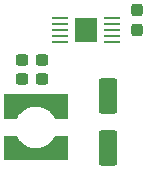
<source format=gbr>
%TF.GenerationSoftware,KiCad,Pcbnew,9.0.4*%
%TF.CreationDate,2026-01-08T18:44:24+01:00*%
%TF.ProjectId,Piezo_Energy_Harvester,5069657a-6f5f-4456-9e65-7267795f4861,rev?*%
%TF.SameCoordinates,Original*%
%TF.FileFunction,Paste,Top*%
%TF.FilePolarity,Positive*%
%FSLAX46Y46*%
G04 Gerber Fmt 4.6, Leading zero omitted, Abs format (unit mm)*
G04 Created by KiCad (PCBNEW 9.0.4) date 2026-01-08 18:44:24*
%MOMM*%
%LPD*%
G01*
G04 APERTURE LIST*
G04 Aperture macros list*
%AMRoundRect*
0 Rectangle with rounded corners*
0 $1 Rounding radius*
0 $2 $3 $4 $5 $6 $7 $8 $9 X,Y pos of 4 corners*
0 Add a 4 corners polygon primitive as box body*
4,1,4,$2,$3,$4,$5,$6,$7,$8,$9,$2,$3,0*
0 Add four circle primitives for the rounded corners*
1,1,$1+$1,$2,$3*
1,1,$1+$1,$4,$5*
1,1,$1+$1,$6,$7*
1,1,$1+$1,$8,$9*
0 Add four rect primitives between the rounded corners*
20,1,$1+$1,$2,$3,$4,$5,0*
20,1,$1+$1,$4,$5,$6,$7,0*
20,1,$1+$1,$6,$7,$8,$9,0*
20,1,$1+$1,$8,$9,$2,$3,0*%
G04 Aperture macros list end*
%ADD10C,0.100000*%
%ADD11RoundRect,0.237500X-0.300000X-0.237500X0.300000X-0.237500X0.300000X0.237500X-0.300000X0.237500X0*%
%ADD12RoundRect,0.237500X0.237500X-0.300000X0.237500X0.300000X-0.237500X0.300000X-0.237500X-0.300000X0*%
%ADD13RoundRect,0.250000X-0.550000X1.250000X-0.550000X-1.250000X0.550000X-1.250000X0.550000X1.250000X0*%
%ADD14R,1.333500X0.279400*%
%ADD15R,1.930400X2.159000*%
G04 APERTURE END LIST*
D10*
%TO.C,L1*%
X151316000Y-106309000D02*
X151386000Y-106427000D01*
X151464000Y-106539000D01*
X151551000Y-106646000D01*
X151646000Y-106745000D01*
X151748000Y-106836000D01*
X151856000Y-106920000D01*
X151971000Y-106995000D01*
X152091000Y-107062000D01*
X152216000Y-107119000D01*
X152345000Y-107166000D01*
X152477000Y-107203000D01*
X152611000Y-107230000D01*
X152747000Y-107247000D01*
X152884000Y-107254000D01*
X153021000Y-107249000D01*
X153158000Y-107235000D01*
X153293000Y-107210000D01*
X153425000Y-107175000D01*
X153555000Y-107130000D01*
X153681000Y-107076000D01*
X153802000Y-107011000D01*
X153918000Y-106938000D01*
X154028000Y-106856000D01*
X154131000Y-106766000D01*
X154228000Y-106669000D01*
X154317000Y-106564000D01*
X154397000Y-106453000D01*
X154469000Y-106336000D01*
X154538000Y-106200000D01*
X155550000Y-106200000D01*
X155550000Y-108200000D01*
X150250000Y-108200000D01*
X150250000Y-106200000D01*
X151262000Y-106200000D01*
X151316000Y-106309000D01*
G36*
X151316000Y-106309000D02*
G01*
X151386000Y-106427000D01*
X151464000Y-106539000D01*
X151551000Y-106646000D01*
X151646000Y-106745000D01*
X151748000Y-106836000D01*
X151856000Y-106920000D01*
X151971000Y-106995000D01*
X152091000Y-107062000D01*
X152216000Y-107119000D01*
X152345000Y-107166000D01*
X152477000Y-107203000D01*
X152611000Y-107230000D01*
X152747000Y-107247000D01*
X152884000Y-107254000D01*
X153021000Y-107249000D01*
X153158000Y-107235000D01*
X153293000Y-107210000D01*
X153425000Y-107175000D01*
X153555000Y-107130000D01*
X153681000Y-107076000D01*
X153802000Y-107011000D01*
X153918000Y-106938000D01*
X154028000Y-106856000D01*
X154131000Y-106766000D01*
X154228000Y-106669000D01*
X154317000Y-106564000D01*
X154397000Y-106453000D01*
X154469000Y-106336000D01*
X154538000Y-106200000D01*
X155550000Y-106200000D01*
X155550000Y-108200000D01*
X150250000Y-108200000D01*
X150250000Y-106200000D01*
X151262000Y-106200000D01*
X151316000Y-106309000D01*
G37*
X155550000Y-104700000D02*
X154538000Y-104700000D01*
X154469000Y-104564000D01*
X154397000Y-104447000D01*
X154317000Y-104336000D01*
X154228000Y-104231000D01*
X154131000Y-104134000D01*
X154028000Y-104044000D01*
X153918000Y-103962000D01*
X153802000Y-103889000D01*
X153681000Y-103824000D01*
X153555000Y-103770000D01*
X153425000Y-103725000D01*
X153293000Y-103690000D01*
X153158000Y-103665000D01*
X153021000Y-103651000D01*
X152884000Y-103646000D01*
X152747000Y-103653000D01*
X152611000Y-103670000D01*
X152477000Y-103697000D01*
X152345000Y-103734000D01*
X152216000Y-103781000D01*
X152091000Y-103838000D01*
X151971000Y-103905000D01*
X151856000Y-103980000D01*
X151748000Y-104064000D01*
X151646000Y-104155000D01*
X151551000Y-104254000D01*
X151464000Y-104361000D01*
X151386000Y-104473000D01*
X151316000Y-104591000D01*
X151262000Y-104700000D01*
X150250000Y-104700000D01*
X150250000Y-102700000D01*
X155550000Y-102700000D01*
X155550000Y-104700000D01*
G36*
X155550000Y-104700000D02*
G01*
X154538000Y-104700000D01*
X154469000Y-104564000D01*
X154397000Y-104447000D01*
X154317000Y-104336000D01*
X154228000Y-104231000D01*
X154131000Y-104134000D01*
X154028000Y-104044000D01*
X153918000Y-103962000D01*
X153802000Y-103889000D01*
X153681000Y-103824000D01*
X153555000Y-103770000D01*
X153425000Y-103725000D01*
X153293000Y-103690000D01*
X153158000Y-103665000D01*
X153021000Y-103651000D01*
X152884000Y-103646000D01*
X152747000Y-103653000D01*
X152611000Y-103670000D01*
X152477000Y-103697000D01*
X152345000Y-103734000D01*
X152216000Y-103781000D01*
X152091000Y-103838000D01*
X151971000Y-103905000D01*
X151856000Y-103980000D01*
X151748000Y-104064000D01*
X151646000Y-104155000D01*
X151551000Y-104254000D01*
X151464000Y-104361000D01*
X151386000Y-104473000D01*
X151316000Y-104591000D01*
X151262000Y-104700000D01*
X150250000Y-104700000D01*
X150250000Y-102700000D01*
X155550000Y-102700000D01*
X155550000Y-104700000D01*
G37*
%TD*%
D11*
%TO.C,C1*%
X151775000Y-99800000D03*
X153500000Y-99800000D03*
%TD*%
D12*
%TO.C,C2*%
X161490000Y-97252500D03*
X161490000Y-95527500D03*
%TD*%
D13*
%TO.C,C4*%
X159050000Y-102850000D03*
X159050000Y-107250000D03*
%TD*%
D14*
%TO.C,U1*%
X154983850Y-96249240D03*
X154983850Y-96749620D03*
X154983850Y-97250000D03*
X154983850Y-97750380D03*
X154983850Y-98250760D03*
X159416150Y-98250760D03*
X159416150Y-97750380D03*
X159416150Y-97250000D03*
X159416150Y-96749620D03*
X159416150Y-96249240D03*
D15*
X157200000Y-97250000D03*
%TD*%
D11*
%TO.C,C3*%
X151775000Y-101400000D03*
X153500000Y-101400000D03*
%TD*%
M02*

</source>
